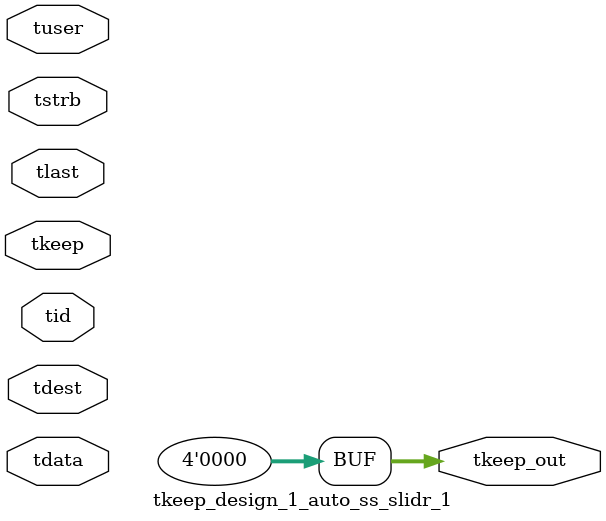
<source format=v>


`timescale 1ps/1ps

module tkeep_design_1_auto_ss_slidr_1 #
(
parameter C_S_AXIS_TDATA_WIDTH = 32,
parameter C_S_AXIS_TUSER_WIDTH = 0,
parameter C_S_AXIS_TID_WIDTH   = 0,
parameter C_S_AXIS_TDEST_WIDTH = 0,
parameter C_M_AXIS_TDATA_WIDTH = 32
)
(
input  [(C_S_AXIS_TDATA_WIDTH == 0 ? 1 : C_S_AXIS_TDATA_WIDTH)-1:0     ] tdata,
input  [(C_S_AXIS_TUSER_WIDTH == 0 ? 1 : C_S_AXIS_TUSER_WIDTH)-1:0     ] tuser,
input  [(C_S_AXIS_TID_WIDTH   == 0 ? 1 : C_S_AXIS_TID_WIDTH)-1:0       ] tid,
input  [(C_S_AXIS_TDEST_WIDTH == 0 ? 1 : C_S_AXIS_TDEST_WIDTH)-1:0     ] tdest,
input  [(C_S_AXIS_TDATA_WIDTH/8)-1:0 ] tkeep,
input  [(C_S_AXIS_TDATA_WIDTH/8)-1:0 ] tstrb,
input                                                                    tlast,
output [(C_M_AXIS_TDATA_WIDTH/8)-1:0 ] tkeep_out
);

assign tkeep_out = {1'b0};

endmodule


</source>
